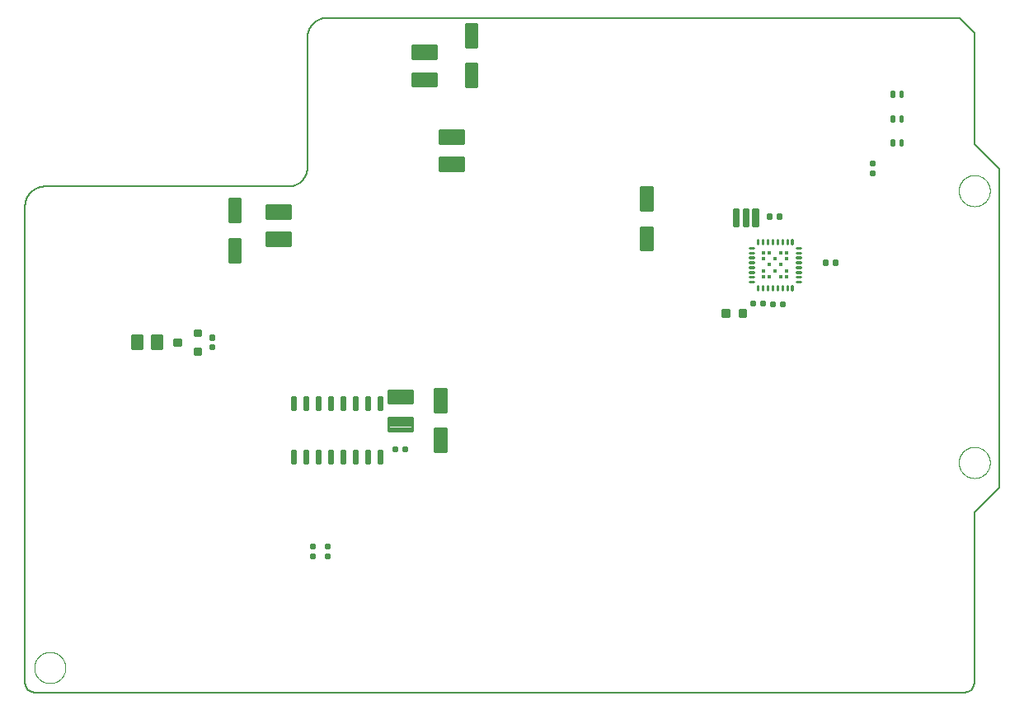
<source format=gtp>
G75*
%MOIN*%
%OFA0B0*%
%FSLAX25Y25*%
%IPPOS*%
%LPD*%
%AMOC8*
5,1,8,0,0,1.08239X$1,22.5*
%
%ADD10C,0.00591*%
%ADD11C,0.00000*%
%ADD12C,0.00992*%
%ADD13C,0.01003*%
%ADD14C,0.01575*%
%ADD15C,0.01800*%
%ADD16C,0.01008*%
%ADD17C,0.01015*%
%ADD18C,0.01024*%
D10*
X0001500Y0005437D02*
X0001500Y0198350D01*
X0001502Y0198540D01*
X0001509Y0198730D01*
X0001521Y0198920D01*
X0001537Y0199110D01*
X0001557Y0199299D01*
X0001583Y0199488D01*
X0001612Y0199676D01*
X0001647Y0199863D01*
X0001686Y0200049D01*
X0001729Y0200234D01*
X0001777Y0200419D01*
X0001829Y0200602D01*
X0001885Y0200783D01*
X0001946Y0200963D01*
X0002012Y0201142D01*
X0002081Y0201319D01*
X0002155Y0201495D01*
X0002233Y0201668D01*
X0002316Y0201840D01*
X0002402Y0202009D01*
X0002492Y0202177D01*
X0002587Y0202342D01*
X0002685Y0202505D01*
X0002788Y0202665D01*
X0002894Y0202823D01*
X0003004Y0202978D01*
X0003117Y0203131D01*
X0003235Y0203281D01*
X0003356Y0203427D01*
X0003480Y0203571D01*
X0003608Y0203712D01*
X0003739Y0203850D01*
X0003874Y0203985D01*
X0004012Y0204116D01*
X0004153Y0204244D01*
X0004297Y0204368D01*
X0004443Y0204489D01*
X0004593Y0204607D01*
X0004746Y0204720D01*
X0004901Y0204830D01*
X0005059Y0204936D01*
X0005219Y0205039D01*
X0005382Y0205137D01*
X0005547Y0205232D01*
X0005715Y0205322D01*
X0005884Y0205408D01*
X0006056Y0205491D01*
X0006229Y0205569D01*
X0006405Y0205643D01*
X0006582Y0205712D01*
X0006761Y0205778D01*
X0006941Y0205839D01*
X0007122Y0205895D01*
X0007305Y0205947D01*
X0007490Y0205995D01*
X0007675Y0206038D01*
X0007861Y0206077D01*
X0008048Y0206112D01*
X0008236Y0206141D01*
X0008425Y0206167D01*
X0008614Y0206187D01*
X0008804Y0206203D01*
X0008994Y0206215D01*
X0009184Y0206222D01*
X0009374Y0206224D01*
X0107799Y0206224D01*
X0107989Y0206226D01*
X0108179Y0206233D01*
X0108369Y0206245D01*
X0108559Y0206261D01*
X0108748Y0206281D01*
X0108937Y0206307D01*
X0109125Y0206336D01*
X0109312Y0206371D01*
X0109498Y0206410D01*
X0109683Y0206453D01*
X0109868Y0206501D01*
X0110051Y0206553D01*
X0110232Y0206609D01*
X0110412Y0206670D01*
X0110591Y0206736D01*
X0110768Y0206805D01*
X0110944Y0206879D01*
X0111117Y0206957D01*
X0111289Y0207040D01*
X0111458Y0207126D01*
X0111626Y0207216D01*
X0111791Y0207311D01*
X0111954Y0207409D01*
X0112114Y0207512D01*
X0112272Y0207618D01*
X0112427Y0207728D01*
X0112580Y0207841D01*
X0112730Y0207959D01*
X0112876Y0208080D01*
X0113020Y0208204D01*
X0113161Y0208332D01*
X0113299Y0208463D01*
X0113434Y0208598D01*
X0113565Y0208736D01*
X0113693Y0208877D01*
X0113817Y0209021D01*
X0113938Y0209167D01*
X0114056Y0209317D01*
X0114169Y0209470D01*
X0114279Y0209625D01*
X0114385Y0209783D01*
X0114488Y0209943D01*
X0114586Y0210106D01*
X0114681Y0210271D01*
X0114771Y0210439D01*
X0114857Y0210608D01*
X0114940Y0210780D01*
X0115018Y0210953D01*
X0115092Y0211129D01*
X0115161Y0211306D01*
X0115227Y0211485D01*
X0115288Y0211665D01*
X0115344Y0211846D01*
X0115396Y0212029D01*
X0115444Y0212214D01*
X0115487Y0212399D01*
X0115526Y0212585D01*
X0115561Y0212772D01*
X0115590Y0212960D01*
X0115616Y0213149D01*
X0115636Y0213338D01*
X0115652Y0213528D01*
X0115664Y0213718D01*
X0115671Y0213908D01*
X0115673Y0214098D01*
X0115673Y0266618D01*
X0115675Y0266808D01*
X0115682Y0266998D01*
X0115694Y0267188D01*
X0115710Y0267378D01*
X0115730Y0267567D01*
X0115756Y0267756D01*
X0115785Y0267944D01*
X0115820Y0268131D01*
X0115859Y0268317D01*
X0115902Y0268502D01*
X0115950Y0268687D01*
X0116002Y0268870D01*
X0116058Y0269051D01*
X0116119Y0269231D01*
X0116185Y0269410D01*
X0116254Y0269587D01*
X0116328Y0269763D01*
X0116406Y0269936D01*
X0116489Y0270108D01*
X0116575Y0270277D01*
X0116665Y0270445D01*
X0116760Y0270610D01*
X0116858Y0270773D01*
X0116961Y0270933D01*
X0117067Y0271091D01*
X0117177Y0271246D01*
X0117290Y0271399D01*
X0117408Y0271549D01*
X0117529Y0271695D01*
X0117653Y0271839D01*
X0117781Y0271980D01*
X0117912Y0272118D01*
X0118047Y0272253D01*
X0118185Y0272384D01*
X0118326Y0272512D01*
X0118470Y0272636D01*
X0118616Y0272757D01*
X0118766Y0272875D01*
X0118919Y0272988D01*
X0119074Y0273098D01*
X0119232Y0273204D01*
X0119392Y0273307D01*
X0119555Y0273405D01*
X0119720Y0273500D01*
X0119888Y0273590D01*
X0120057Y0273676D01*
X0120229Y0273759D01*
X0120402Y0273837D01*
X0120578Y0273911D01*
X0120755Y0273980D01*
X0120934Y0274046D01*
X0121114Y0274107D01*
X0121295Y0274163D01*
X0121478Y0274215D01*
X0121663Y0274263D01*
X0121848Y0274306D01*
X0122034Y0274345D01*
X0122221Y0274380D01*
X0122409Y0274409D01*
X0122598Y0274435D01*
X0122787Y0274455D01*
X0122977Y0274471D01*
X0123167Y0274483D01*
X0123357Y0274490D01*
X0123547Y0274492D01*
X0379201Y0274492D01*
X0385201Y0268492D01*
X0385201Y0223492D01*
X0395201Y0213492D01*
X0395201Y0084492D01*
X0385201Y0074492D01*
X0385201Y0005437D01*
X0385199Y0005313D01*
X0385193Y0005190D01*
X0385184Y0005066D01*
X0385170Y0004944D01*
X0385153Y0004821D01*
X0385131Y0004699D01*
X0385106Y0004578D01*
X0385077Y0004458D01*
X0385045Y0004339D01*
X0385008Y0004220D01*
X0384968Y0004103D01*
X0384925Y0003988D01*
X0384877Y0003873D01*
X0384826Y0003761D01*
X0384772Y0003650D01*
X0384714Y0003540D01*
X0384653Y0003433D01*
X0384588Y0003327D01*
X0384520Y0003224D01*
X0384449Y0003123D01*
X0384375Y0003024D01*
X0384298Y0002927D01*
X0384217Y0002833D01*
X0384134Y0002742D01*
X0384048Y0002653D01*
X0383959Y0002567D01*
X0383868Y0002484D01*
X0383774Y0002403D01*
X0383677Y0002326D01*
X0383578Y0002252D01*
X0383477Y0002181D01*
X0383374Y0002113D01*
X0383268Y0002048D01*
X0383161Y0001987D01*
X0383051Y0001929D01*
X0382940Y0001875D01*
X0382828Y0001824D01*
X0382713Y0001776D01*
X0382598Y0001733D01*
X0382481Y0001693D01*
X0382362Y0001656D01*
X0382243Y0001624D01*
X0382123Y0001595D01*
X0382002Y0001570D01*
X0381880Y0001548D01*
X0381757Y0001531D01*
X0381635Y0001517D01*
X0381511Y0001508D01*
X0381388Y0001502D01*
X0381264Y0001500D01*
X0005437Y0001500D01*
X0005313Y0001502D01*
X0005190Y0001508D01*
X0005066Y0001517D01*
X0004944Y0001531D01*
X0004821Y0001548D01*
X0004699Y0001570D01*
X0004578Y0001595D01*
X0004458Y0001624D01*
X0004339Y0001656D01*
X0004220Y0001693D01*
X0004103Y0001733D01*
X0003988Y0001776D01*
X0003873Y0001824D01*
X0003761Y0001875D01*
X0003650Y0001929D01*
X0003540Y0001987D01*
X0003433Y0002048D01*
X0003327Y0002113D01*
X0003224Y0002181D01*
X0003123Y0002252D01*
X0003024Y0002326D01*
X0002927Y0002403D01*
X0002833Y0002484D01*
X0002742Y0002567D01*
X0002653Y0002653D01*
X0002567Y0002742D01*
X0002484Y0002833D01*
X0002403Y0002927D01*
X0002326Y0003024D01*
X0002252Y0003123D01*
X0002181Y0003224D01*
X0002113Y0003327D01*
X0002048Y0003433D01*
X0001987Y0003540D01*
X0001929Y0003650D01*
X0001875Y0003761D01*
X0001824Y0003873D01*
X0001776Y0003988D01*
X0001733Y0004103D01*
X0001693Y0004220D01*
X0001656Y0004339D01*
X0001624Y0004458D01*
X0001595Y0004578D01*
X0001570Y0004699D01*
X0001548Y0004821D01*
X0001531Y0004944D01*
X0001517Y0005066D01*
X0001508Y0005190D01*
X0001502Y0005313D01*
X0001500Y0005437D01*
D11*
X0005201Y0011500D02*
X0005203Y0011658D01*
X0005209Y0011816D01*
X0005219Y0011974D01*
X0005233Y0012132D01*
X0005251Y0012289D01*
X0005272Y0012446D01*
X0005298Y0012602D01*
X0005328Y0012758D01*
X0005361Y0012913D01*
X0005399Y0013066D01*
X0005440Y0013219D01*
X0005485Y0013371D01*
X0005534Y0013522D01*
X0005587Y0013671D01*
X0005643Y0013819D01*
X0005703Y0013965D01*
X0005767Y0014110D01*
X0005835Y0014253D01*
X0005906Y0014395D01*
X0005980Y0014535D01*
X0006058Y0014672D01*
X0006140Y0014808D01*
X0006224Y0014942D01*
X0006313Y0015073D01*
X0006404Y0015202D01*
X0006499Y0015329D01*
X0006596Y0015454D01*
X0006697Y0015576D01*
X0006801Y0015695D01*
X0006908Y0015812D01*
X0007018Y0015926D01*
X0007131Y0016037D01*
X0007246Y0016146D01*
X0007364Y0016251D01*
X0007485Y0016353D01*
X0007608Y0016453D01*
X0007734Y0016549D01*
X0007862Y0016642D01*
X0007992Y0016732D01*
X0008125Y0016818D01*
X0008260Y0016902D01*
X0008396Y0016981D01*
X0008535Y0017058D01*
X0008676Y0017130D01*
X0008818Y0017200D01*
X0008962Y0017265D01*
X0009108Y0017327D01*
X0009255Y0017385D01*
X0009404Y0017440D01*
X0009554Y0017491D01*
X0009705Y0017538D01*
X0009857Y0017581D01*
X0010010Y0017620D01*
X0010165Y0017656D01*
X0010320Y0017687D01*
X0010476Y0017715D01*
X0010632Y0017739D01*
X0010789Y0017759D01*
X0010947Y0017775D01*
X0011104Y0017787D01*
X0011263Y0017795D01*
X0011421Y0017799D01*
X0011579Y0017799D01*
X0011737Y0017795D01*
X0011896Y0017787D01*
X0012053Y0017775D01*
X0012211Y0017759D01*
X0012368Y0017739D01*
X0012524Y0017715D01*
X0012680Y0017687D01*
X0012835Y0017656D01*
X0012990Y0017620D01*
X0013143Y0017581D01*
X0013295Y0017538D01*
X0013446Y0017491D01*
X0013596Y0017440D01*
X0013745Y0017385D01*
X0013892Y0017327D01*
X0014038Y0017265D01*
X0014182Y0017200D01*
X0014324Y0017130D01*
X0014465Y0017058D01*
X0014604Y0016981D01*
X0014740Y0016902D01*
X0014875Y0016818D01*
X0015008Y0016732D01*
X0015138Y0016642D01*
X0015266Y0016549D01*
X0015392Y0016453D01*
X0015515Y0016353D01*
X0015636Y0016251D01*
X0015754Y0016146D01*
X0015869Y0016037D01*
X0015982Y0015926D01*
X0016092Y0015812D01*
X0016199Y0015695D01*
X0016303Y0015576D01*
X0016404Y0015454D01*
X0016501Y0015329D01*
X0016596Y0015202D01*
X0016687Y0015073D01*
X0016776Y0014942D01*
X0016860Y0014808D01*
X0016942Y0014672D01*
X0017020Y0014535D01*
X0017094Y0014395D01*
X0017165Y0014253D01*
X0017233Y0014110D01*
X0017297Y0013965D01*
X0017357Y0013819D01*
X0017413Y0013671D01*
X0017466Y0013522D01*
X0017515Y0013371D01*
X0017560Y0013219D01*
X0017601Y0013066D01*
X0017639Y0012913D01*
X0017672Y0012758D01*
X0017702Y0012602D01*
X0017728Y0012446D01*
X0017749Y0012289D01*
X0017767Y0012132D01*
X0017781Y0011974D01*
X0017791Y0011816D01*
X0017797Y0011658D01*
X0017799Y0011500D01*
X0017797Y0011342D01*
X0017791Y0011184D01*
X0017781Y0011026D01*
X0017767Y0010868D01*
X0017749Y0010711D01*
X0017728Y0010554D01*
X0017702Y0010398D01*
X0017672Y0010242D01*
X0017639Y0010087D01*
X0017601Y0009934D01*
X0017560Y0009781D01*
X0017515Y0009629D01*
X0017466Y0009478D01*
X0017413Y0009329D01*
X0017357Y0009181D01*
X0017297Y0009035D01*
X0017233Y0008890D01*
X0017165Y0008747D01*
X0017094Y0008605D01*
X0017020Y0008465D01*
X0016942Y0008328D01*
X0016860Y0008192D01*
X0016776Y0008058D01*
X0016687Y0007927D01*
X0016596Y0007798D01*
X0016501Y0007671D01*
X0016404Y0007546D01*
X0016303Y0007424D01*
X0016199Y0007305D01*
X0016092Y0007188D01*
X0015982Y0007074D01*
X0015869Y0006963D01*
X0015754Y0006854D01*
X0015636Y0006749D01*
X0015515Y0006647D01*
X0015392Y0006547D01*
X0015266Y0006451D01*
X0015138Y0006358D01*
X0015008Y0006268D01*
X0014875Y0006182D01*
X0014740Y0006098D01*
X0014604Y0006019D01*
X0014465Y0005942D01*
X0014324Y0005870D01*
X0014182Y0005800D01*
X0014038Y0005735D01*
X0013892Y0005673D01*
X0013745Y0005615D01*
X0013596Y0005560D01*
X0013446Y0005509D01*
X0013295Y0005462D01*
X0013143Y0005419D01*
X0012990Y0005380D01*
X0012835Y0005344D01*
X0012680Y0005313D01*
X0012524Y0005285D01*
X0012368Y0005261D01*
X0012211Y0005241D01*
X0012053Y0005225D01*
X0011896Y0005213D01*
X0011737Y0005205D01*
X0011579Y0005201D01*
X0011421Y0005201D01*
X0011263Y0005205D01*
X0011104Y0005213D01*
X0010947Y0005225D01*
X0010789Y0005241D01*
X0010632Y0005261D01*
X0010476Y0005285D01*
X0010320Y0005313D01*
X0010165Y0005344D01*
X0010010Y0005380D01*
X0009857Y0005419D01*
X0009705Y0005462D01*
X0009554Y0005509D01*
X0009404Y0005560D01*
X0009255Y0005615D01*
X0009108Y0005673D01*
X0008962Y0005735D01*
X0008818Y0005800D01*
X0008676Y0005870D01*
X0008535Y0005942D01*
X0008396Y0006019D01*
X0008260Y0006098D01*
X0008125Y0006182D01*
X0007992Y0006268D01*
X0007862Y0006358D01*
X0007734Y0006451D01*
X0007608Y0006547D01*
X0007485Y0006647D01*
X0007364Y0006749D01*
X0007246Y0006854D01*
X0007131Y0006963D01*
X0007018Y0007074D01*
X0006908Y0007188D01*
X0006801Y0007305D01*
X0006697Y0007424D01*
X0006596Y0007546D01*
X0006499Y0007671D01*
X0006404Y0007798D01*
X0006313Y0007927D01*
X0006224Y0008058D01*
X0006140Y0008192D01*
X0006058Y0008328D01*
X0005980Y0008465D01*
X0005906Y0008605D01*
X0005835Y0008747D01*
X0005767Y0008890D01*
X0005703Y0009035D01*
X0005643Y0009181D01*
X0005587Y0009329D01*
X0005534Y0009478D01*
X0005485Y0009629D01*
X0005440Y0009781D01*
X0005399Y0009934D01*
X0005361Y0010087D01*
X0005328Y0010242D01*
X0005298Y0010398D01*
X0005272Y0010554D01*
X0005251Y0010711D01*
X0005233Y0010868D01*
X0005219Y0011026D01*
X0005209Y0011184D01*
X0005203Y0011342D01*
X0005201Y0011500D01*
X0378981Y0094492D02*
X0378983Y0094650D01*
X0378989Y0094808D01*
X0378999Y0094966D01*
X0379013Y0095124D01*
X0379031Y0095281D01*
X0379052Y0095438D01*
X0379078Y0095594D01*
X0379108Y0095750D01*
X0379141Y0095905D01*
X0379179Y0096058D01*
X0379220Y0096211D01*
X0379265Y0096363D01*
X0379314Y0096514D01*
X0379367Y0096663D01*
X0379423Y0096811D01*
X0379483Y0096957D01*
X0379547Y0097102D01*
X0379615Y0097245D01*
X0379686Y0097387D01*
X0379760Y0097527D01*
X0379838Y0097664D01*
X0379920Y0097800D01*
X0380004Y0097934D01*
X0380093Y0098065D01*
X0380184Y0098194D01*
X0380279Y0098321D01*
X0380376Y0098446D01*
X0380477Y0098568D01*
X0380581Y0098687D01*
X0380688Y0098804D01*
X0380798Y0098918D01*
X0380911Y0099029D01*
X0381026Y0099138D01*
X0381144Y0099243D01*
X0381265Y0099345D01*
X0381388Y0099445D01*
X0381514Y0099541D01*
X0381642Y0099634D01*
X0381772Y0099724D01*
X0381905Y0099810D01*
X0382040Y0099894D01*
X0382176Y0099973D01*
X0382315Y0100050D01*
X0382456Y0100122D01*
X0382598Y0100192D01*
X0382742Y0100257D01*
X0382888Y0100319D01*
X0383035Y0100377D01*
X0383184Y0100432D01*
X0383334Y0100483D01*
X0383485Y0100530D01*
X0383637Y0100573D01*
X0383790Y0100612D01*
X0383945Y0100648D01*
X0384100Y0100679D01*
X0384256Y0100707D01*
X0384412Y0100731D01*
X0384569Y0100751D01*
X0384727Y0100767D01*
X0384884Y0100779D01*
X0385043Y0100787D01*
X0385201Y0100791D01*
X0385359Y0100791D01*
X0385517Y0100787D01*
X0385676Y0100779D01*
X0385833Y0100767D01*
X0385991Y0100751D01*
X0386148Y0100731D01*
X0386304Y0100707D01*
X0386460Y0100679D01*
X0386615Y0100648D01*
X0386770Y0100612D01*
X0386923Y0100573D01*
X0387075Y0100530D01*
X0387226Y0100483D01*
X0387376Y0100432D01*
X0387525Y0100377D01*
X0387672Y0100319D01*
X0387818Y0100257D01*
X0387962Y0100192D01*
X0388104Y0100122D01*
X0388245Y0100050D01*
X0388384Y0099973D01*
X0388520Y0099894D01*
X0388655Y0099810D01*
X0388788Y0099724D01*
X0388918Y0099634D01*
X0389046Y0099541D01*
X0389172Y0099445D01*
X0389295Y0099345D01*
X0389416Y0099243D01*
X0389534Y0099138D01*
X0389649Y0099029D01*
X0389762Y0098918D01*
X0389872Y0098804D01*
X0389979Y0098687D01*
X0390083Y0098568D01*
X0390184Y0098446D01*
X0390281Y0098321D01*
X0390376Y0098194D01*
X0390467Y0098065D01*
X0390556Y0097934D01*
X0390640Y0097800D01*
X0390722Y0097664D01*
X0390800Y0097527D01*
X0390874Y0097387D01*
X0390945Y0097245D01*
X0391013Y0097102D01*
X0391077Y0096957D01*
X0391137Y0096811D01*
X0391193Y0096663D01*
X0391246Y0096514D01*
X0391295Y0096363D01*
X0391340Y0096211D01*
X0391381Y0096058D01*
X0391419Y0095905D01*
X0391452Y0095750D01*
X0391482Y0095594D01*
X0391508Y0095438D01*
X0391529Y0095281D01*
X0391547Y0095124D01*
X0391561Y0094966D01*
X0391571Y0094808D01*
X0391577Y0094650D01*
X0391579Y0094492D01*
X0391577Y0094334D01*
X0391571Y0094176D01*
X0391561Y0094018D01*
X0391547Y0093860D01*
X0391529Y0093703D01*
X0391508Y0093546D01*
X0391482Y0093390D01*
X0391452Y0093234D01*
X0391419Y0093079D01*
X0391381Y0092926D01*
X0391340Y0092773D01*
X0391295Y0092621D01*
X0391246Y0092470D01*
X0391193Y0092321D01*
X0391137Y0092173D01*
X0391077Y0092027D01*
X0391013Y0091882D01*
X0390945Y0091739D01*
X0390874Y0091597D01*
X0390800Y0091457D01*
X0390722Y0091320D01*
X0390640Y0091184D01*
X0390556Y0091050D01*
X0390467Y0090919D01*
X0390376Y0090790D01*
X0390281Y0090663D01*
X0390184Y0090538D01*
X0390083Y0090416D01*
X0389979Y0090297D01*
X0389872Y0090180D01*
X0389762Y0090066D01*
X0389649Y0089955D01*
X0389534Y0089846D01*
X0389416Y0089741D01*
X0389295Y0089639D01*
X0389172Y0089539D01*
X0389046Y0089443D01*
X0388918Y0089350D01*
X0388788Y0089260D01*
X0388655Y0089174D01*
X0388520Y0089090D01*
X0388384Y0089011D01*
X0388245Y0088934D01*
X0388104Y0088862D01*
X0387962Y0088792D01*
X0387818Y0088727D01*
X0387672Y0088665D01*
X0387525Y0088607D01*
X0387376Y0088552D01*
X0387226Y0088501D01*
X0387075Y0088454D01*
X0386923Y0088411D01*
X0386770Y0088372D01*
X0386615Y0088336D01*
X0386460Y0088305D01*
X0386304Y0088277D01*
X0386148Y0088253D01*
X0385991Y0088233D01*
X0385833Y0088217D01*
X0385676Y0088205D01*
X0385517Y0088197D01*
X0385359Y0088193D01*
X0385201Y0088193D01*
X0385043Y0088197D01*
X0384884Y0088205D01*
X0384727Y0088217D01*
X0384569Y0088233D01*
X0384412Y0088253D01*
X0384256Y0088277D01*
X0384100Y0088305D01*
X0383945Y0088336D01*
X0383790Y0088372D01*
X0383637Y0088411D01*
X0383485Y0088454D01*
X0383334Y0088501D01*
X0383184Y0088552D01*
X0383035Y0088607D01*
X0382888Y0088665D01*
X0382742Y0088727D01*
X0382598Y0088792D01*
X0382456Y0088862D01*
X0382315Y0088934D01*
X0382176Y0089011D01*
X0382040Y0089090D01*
X0381905Y0089174D01*
X0381772Y0089260D01*
X0381642Y0089350D01*
X0381514Y0089443D01*
X0381388Y0089539D01*
X0381265Y0089639D01*
X0381144Y0089741D01*
X0381026Y0089846D01*
X0380911Y0089955D01*
X0380798Y0090066D01*
X0380688Y0090180D01*
X0380581Y0090297D01*
X0380477Y0090416D01*
X0380376Y0090538D01*
X0380279Y0090663D01*
X0380184Y0090790D01*
X0380093Y0090919D01*
X0380004Y0091050D01*
X0379920Y0091184D01*
X0379838Y0091320D01*
X0379760Y0091457D01*
X0379686Y0091597D01*
X0379615Y0091739D01*
X0379547Y0091882D01*
X0379483Y0092027D01*
X0379423Y0092173D01*
X0379367Y0092321D01*
X0379314Y0092470D01*
X0379265Y0092621D01*
X0379220Y0092773D01*
X0379179Y0092926D01*
X0379141Y0093079D01*
X0379108Y0093234D01*
X0379078Y0093390D01*
X0379052Y0093546D01*
X0379031Y0093703D01*
X0379013Y0093860D01*
X0378999Y0094018D01*
X0378989Y0094176D01*
X0378983Y0094334D01*
X0378981Y0094492D01*
X0378981Y0204492D02*
X0378983Y0204650D01*
X0378989Y0204808D01*
X0378999Y0204966D01*
X0379013Y0205124D01*
X0379031Y0205281D01*
X0379052Y0205438D01*
X0379078Y0205594D01*
X0379108Y0205750D01*
X0379141Y0205905D01*
X0379179Y0206058D01*
X0379220Y0206211D01*
X0379265Y0206363D01*
X0379314Y0206514D01*
X0379367Y0206663D01*
X0379423Y0206811D01*
X0379483Y0206957D01*
X0379547Y0207102D01*
X0379615Y0207245D01*
X0379686Y0207387D01*
X0379760Y0207527D01*
X0379838Y0207664D01*
X0379920Y0207800D01*
X0380004Y0207934D01*
X0380093Y0208065D01*
X0380184Y0208194D01*
X0380279Y0208321D01*
X0380376Y0208446D01*
X0380477Y0208568D01*
X0380581Y0208687D01*
X0380688Y0208804D01*
X0380798Y0208918D01*
X0380911Y0209029D01*
X0381026Y0209138D01*
X0381144Y0209243D01*
X0381265Y0209345D01*
X0381388Y0209445D01*
X0381514Y0209541D01*
X0381642Y0209634D01*
X0381772Y0209724D01*
X0381905Y0209810D01*
X0382040Y0209894D01*
X0382176Y0209973D01*
X0382315Y0210050D01*
X0382456Y0210122D01*
X0382598Y0210192D01*
X0382742Y0210257D01*
X0382888Y0210319D01*
X0383035Y0210377D01*
X0383184Y0210432D01*
X0383334Y0210483D01*
X0383485Y0210530D01*
X0383637Y0210573D01*
X0383790Y0210612D01*
X0383945Y0210648D01*
X0384100Y0210679D01*
X0384256Y0210707D01*
X0384412Y0210731D01*
X0384569Y0210751D01*
X0384727Y0210767D01*
X0384884Y0210779D01*
X0385043Y0210787D01*
X0385201Y0210791D01*
X0385359Y0210791D01*
X0385517Y0210787D01*
X0385676Y0210779D01*
X0385833Y0210767D01*
X0385991Y0210751D01*
X0386148Y0210731D01*
X0386304Y0210707D01*
X0386460Y0210679D01*
X0386615Y0210648D01*
X0386770Y0210612D01*
X0386923Y0210573D01*
X0387075Y0210530D01*
X0387226Y0210483D01*
X0387376Y0210432D01*
X0387525Y0210377D01*
X0387672Y0210319D01*
X0387818Y0210257D01*
X0387962Y0210192D01*
X0388104Y0210122D01*
X0388245Y0210050D01*
X0388384Y0209973D01*
X0388520Y0209894D01*
X0388655Y0209810D01*
X0388788Y0209724D01*
X0388918Y0209634D01*
X0389046Y0209541D01*
X0389172Y0209445D01*
X0389295Y0209345D01*
X0389416Y0209243D01*
X0389534Y0209138D01*
X0389649Y0209029D01*
X0389762Y0208918D01*
X0389872Y0208804D01*
X0389979Y0208687D01*
X0390083Y0208568D01*
X0390184Y0208446D01*
X0390281Y0208321D01*
X0390376Y0208194D01*
X0390467Y0208065D01*
X0390556Y0207934D01*
X0390640Y0207800D01*
X0390722Y0207664D01*
X0390800Y0207527D01*
X0390874Y0207387D01*
X0390945Y0207245D01*
X0391013Y0207102D01*
X0391077Y0206957D01*
X0391137Y0206811D01*
X0391193Y0206663D01*
X0391246Y0206514D01*
X0391295Y0206363D01*
X0391340Y0206211D01*
X0391381Y0206058D01*
X0391419Y0205905D01*
X0391452Y0205750D01*
X0391482Y0205594D01*
X0391508Y0205438D01*
X0391529Y0205281D01*
X0391547Y0205124D01*
X0391561Y0204966D01*
X0391571Y0204808D01*
X0391577Y0204650D01*
X0391579Y0204492D01*
X0391577Y0204334D01*
X0391571Y0204176D01*
X0391561Y0204018D01*
X0391547Y0203860D01*
X0391529Y0203703D01*
X0391508Y0203546D01*
X0391482Y0203390D01*
X0391452Y0203234D01*
X0391419Y0203079D01*
X0391381Y0202926D01*
X0391340Y0202773D01*
X0391295Y0202621D01*
X0391246Y0202470D01*
X0391193Y0202321D01*
X0391137Y0202173D01*
X0391077Y0202027D01*
X0391013Y0201882D01*
X0390945Y0201739D01*
X0390874Y0201597D01*
X0390800Y0201457D01*
X0390722Y0201320D01*
X0390640Y0201184D01*
X0390556Y0201050D01*
X0390467Y0200919D01*
X0390376Y0200790D01*
X0390281Y0200663D01*
X0390184Y0200538D01*
X0390083Y0200416D01*
X0389979Y0200297D01*
X0389872Y0200180D01*
X0389762Y0200066D01*
X0389649Y0199955D01*
X0389534Y0199846D01*
X0389416Y0199741D01*
X0389295Y0199639D01*
X0389172Y0199539D01*
X0389046Y0199443D01*
X0388918Y0199350D01*
X0388788Y0199260D01*
X0388655Y0199174D01*
X0388520Y0199090D01*
X0388384Y0199011D01*
X0388245Y0198934D01*
X0388104Y0198862D01*
X0387962Y0198792D01*
X0387818Y0198727D01*
X0387672Y0198665D01*
X0387525Y0198607D01*
X0387376Y0198552D01*
X0387226Y0198501D01*
X0387075Y0198454D01*
X0386923Y0198411D01*
X0386770Y0198372D01*
X0386615Y0198336D01*
X0386460Y0198305D01*
X0386304Y0198277D01*
X0386148Y0198253D01*
X0385991Y0198233D01*
X0385833Y0198217D01*
X0385676Y0198205D01*
X0385517Y0198197D01*
X0385359Y0198193D01*
X0385201Y0198193D01*
X0385043Y0198197D01*
X0384884Y0198205D01*
X0384727Y0198217D01*
X0384569Y0198233D01*
X0384412Y0198253D01*
X0384256Y0198277D01*
X0384100Y0198305D01*
X0383945Y0198336D01*
X0383790Y0198372D01*
X0383637Y0198411D01*
X0383485Y0198454D01*
X0383334Y0198501D01*
X0383184Y0198552D01*
X0383035Y0198607D01*
X0382888Y0198665D01*
X0382742Y0198727D01*
X0382598Y0198792D01*
X0382456Y0198862D01*
X0382315Y0198934D01*
X0382176Y0199011D01*
X0382040Y0199090D01*
X0381905Y0199174D01*
X0381772Y0199260D01*
X0381642Y0199350D01*
X0381514Y0199443D01*
X0381388Y0199539D01*
X0381265Y0199639D01*
X0381144Y0199741D01*
X0381026Y0199846D01*
X0380911Y0199955D01*
X0380798Y0200066D01*
X0380688Y0200180D01*
X0380581Y0200297D01*
X0380477Y0200416D01*
X0380376Y0200538D01*
X0380279Y0200663D01*
X0380184Y0200790D01*
X0380093Y0200919D01*
X0380004Y0201050D01*
X0379920Y0201184D01*
X0379838Y0201320D01*
X0379760Y0201457D01*
X0379686Y0201597D01*
X0379615Y0201739D01*
X0379547Y0201882D01*
X0379483Y0202027D01*
X0379423Y0202173D01*
X0379367Y0202321D01*
X0379314Y0202470D01*
X0379265Y0202621D01*
X0379220Y0202773D01*
X0379179Y0202926D01*
X0379141Y0203079D01*
X0379108Y0203234D01*
X0379078Y0203390D01*
X0379052Y0203546D01*
X0379031Y0203703D01*
X0379013Y0203860D01*
X0378999Y0204018D01*
X0378989Y0204176D01*
X0378983Y0204334D01*
X0378981Y0204492D01*
D12*
X0344705Y0210953D02*
X0344705Y0212323D01*
X0344705Y0210953D02*
X0343335Y0210953D01*
X0343335Y0212323D01*
X0344705Y0212323D01*
X0344705Y0211944D02*
X0343335Y0211944D01*
X0344705Y0214890D02*
X0344705Y0216260D01*
X0344705Y0214890D02*
X0343335Y0214890D01*
X0343335Y0216260D01*
X0344705Y0216260D01*
X0344705Y0215881D02*
X0343335Y0215881D01*
X0307020Y0194870D02*
X0305650Y0194870D01*
X0307020Y0194870D02*
X0307020Y0193500D01*
X0305650Y0193500D01*
X0305650Y0194870D01*
X0305650Y0194491D02*
X0307020Y0194491D01*
X0303083Y0194870D02*
X0301713Y0194870D01*
X0303083Y0194870D02*
X0303083Y0193500D01*
X0301713Y0193500D01*
X0301713Y0194870D01*
X0301713Y0194491D02*
X0303083Y0194491D01*
X0295831Y0197173D02*
X0295831Y0190291D01*
X0295831Y0197173D02*
X0297595Y0197173D01*
X0297595Y0190291D01*
X0295831Y0190291D01*
X0295831Y0191282D02*
X0297595Y0191282D01*
X0297595Y0192273D02*
X0295831Y0192273D01*
X0295831Y0193264D02*
X0297595Y0193264D01*
X0297595Y0194255D02*
X0295831Y0194255D01*
X0295831Y0195246D02*
X0297595Y0195246D01*
X0297595Y0196237D02*
X0295831Y0196237D01*
X0291894Y0197173D02*
X0291894Y0190291D01*
X0291894Y0197173D02*
X0293658Y0197173D01*
X0293658Y0190291D01*
X0291894Y0190291D01*
X0291894Y0191282D02*
X0293658Y0191282D01*
X0293658Y0192273D02*
X0291894Y0192273D01*
X0291894Y0193264D02*
X0293658Y0193264D01*
X0293658Y0194255D02*
X0291894Y0194255D01*
X0291894Y0195246D02*
X0293658Y0195246D01*
X0293658Y0196237D02*
X0291894Y0196237D01*
X0287957Y0197173D02*
X0287957Y0190291D01*
X0287957Y0197173D02*
X0289721Y0197173D01*
X0289721Y0190291D01*
X0287957Y0190291D01*
X0287957Y0191282D02*
X0289721Y0191282D01*
X0289721Y0192273D02*
X0287957Y0192273D01*
X0287957Y0193264D02*
X0289721Y0193264D01*
X0289721Y0194255D02*
X0287957Y0194255D01*
X0287957Y0195246D02*
X0289721Y0195246D01*
X0289721Y0196237D02*
X0287957Y0196237D01*
X0250421Y0196681D02*
X0250421Y0205925D01*
X0254941Y0205925D01*
X0254941Y0196681D01*
X0250421Y0196681D01*
X0250421Y0197672D02*
X0254941Y0197672D01*
X0254941Y0198663D02*
X0250421Y0198663D01*
X0250421Y0199654D02*
X0254941Y0199654D01*
X0254941Y0200645D02*
X0250421Y0200645D01*
X0250421Y0201636D02*
X0254941Y0201636D01*
X0254941Y0202627D02*
X0250421Y0202627D01*
X0250421Y0203618D02*
X0254941Y0203618D01*
X0254941Y0204609D02*
X0250421Y0204609D01*
X0250421Y0205600D02*
X0254941Y0205600D01*
X0250421Y0189783D02*
X0250421Y0180539D01*
X0250421Y0189783D02*
X0254941Y0189783D01*
X0254941Y0180539D01*
X0250421Y0180539D01*
X0250421Y0181530D02*
X0254941Y0181530D01*
X0254941Y0182521D02*
X0250421Y0182521D01*
X0250421Y0183512D02*
X0254941Y0183512D01*
X0254941Y0184503D02*
X0250421Y0184503D01*
X0250421Y0185494D02*
X0254941Y0185494D01*
X0254941Y0186485D02*
X0250421Y0186485D01*
X0250421Y0187476D02*
X0254941Y0187476D01*
X0254941Y0188467D02*
X0250421Y0188467D01*
X0250421Y0189458D02*
X0254941Y0189458D01*
X0295106Y0158295D02*
X0296476Y0158295D01*
X0295106Y0158295D02*
X0295106Y0159665D01*
X0296476Y0159665D01*
X0296476Y0158295D01*
X0296476Y0159286D02*
X0295106Y0159286D01*
X0299043Y0158295D02*
X0300413Y0158295D01*
X0299043Y0158295D02*
X0299043Y0159665D01*
X0300413Y0159665D01*
X0300413Y0158295D01*
X0300413Y0159286D02*
X0299043Y0159286D01*
X0302980Y0159272D02*
X0304350Y0159272D01*
X0304350Y0157902D01*
X0302980Y0157902D01*
X0302980Y0159272D01*
X0302980Y0158893D02*
X0304350Y0158893D01*
X0306917Y0159272D02*
X0308287Y0159272D01*
X0308287Y0157902D01*
X0306917Y0157902D01*
X0306917Y0159272D01*
X0306917Y0158893D02*
X0308287Y0158893D01*
X0324437Y0174831D02*
X0325807Y0174831D01*
X0324437Y0174831D02*
X0324437Y0176201D01*
X0325807Y0176201D01*
X0325807Y0174831D01*
X0325807Y0175822D02*
X0324437Y0175822D01*
X0328374Y0174831D02*
X0329744Y0174831D01*
X0328374Y0174831D02*
X0328374Y0176201D01*
X0329744Y0176201D01*
X0329744Y0174831D01*
X0329744Y0175822D02*
X0328374Y0175822D01*
X0179555Y0246681D02*
X0179555Y0255925D01*
X0184075Y0255925D01*
X0184075Y0246681D01*
X0179555Y0246681D01*
X0179555Y0247672D02*
X0184075Y0247672D01*
X0184075Y0248663D02*
X0179555Y0248663D01*
X0179555Y0249654D02*
X0184075Y0249654D01*
X0184075Y0250645D02*
X0179555Y0250645D01*
X0179555Y0251636D02*
X0184075Y0251636D01*
X0184075Y0252627D02*
X0179555Y0252627D01*
X0179555Y0253618D02*
X0184075Y0253618D01*
X0184075Y0254609D02*
X0179555Y0254609D01*
X0179555Y0255600D02*
X0184075Y0255600D01*
X0179555Y0262823D02*
X0179555Y0272067D01*
X0184075Y0272067D01*
X0184075Y0262823D01*
X0179555Y0262823D01*
X0179555Y0263814D02*
X0184075Y0263814D01*
X0184075Y0264805D02*
X0179555Y0264805D01*
X0179555Y0265796D02*
X0184075Y0265796D01*
X0184075Y0266787D02*
X0179555Y0266787D01*
X0179555Y0267778D02*
X0184075Y0267778D01*
X0184075Y0268769D02*
X0179555Y0268769D01*
X0179555Y0269760D02*
X0184075Y0269760D01*
X0184075Y0270751D02*
X0179555Y0270751D01*
X0179555Y0271742D02*
X0184075Y0271742D01*
X0083886Y0201201D02*
X0083886Y0191957D01*
X0083886Y0201201D02*
X0088406Y0201201D01*
X0088406Y0191957D01*
X0083886Y0191957D01*
X0083886Y0192948D02*
X0088406Y0192948D01*
X0088406Y0193939D02*
X0083886Y0193939D01*
X0083886Y0194930D02*
X0088406Y0194930D01*
X0088406Y0195921D02*
X0083886Y0195921D01*
X0083886Y0196912D02*
X0088406Y0196912D01*
X0088406Y0197903D02*
X0083886Y0197903D01*
X0083886Y0198894D02*
X0088406Y0198894D01*
X0088406Y0199885D02*
X0083886Y0199885D01*
X0083886Y0200876D02*
X0088406Y0200876D01*
X0083886Y0185059D02*
X0083886Y0175815D01*
X0083886Y0185059D02*
X0088406Y0185059D01*
X0088406Y0175815D01*
X0083886Y0175815D01*
X0083886Y0176806D02*
X0088406Y0176806D01*
X0088406Y0177797D02*
X0083886Y0177797D01*
X0083886Y0178788D02*
X0088406Y0178788D01*
X0088406Y0179779D02*
X0083886Y0179779D01*
X0083886Y0180770D02*
X0088406Y0180770D01*
X0088406Y0181761D02*
X0083886Y0181761D01*
X0083886Y0182752D02*
X0088406Y0182752D01*
X0088406Y0183743D02*
X0083886Y0183743D01*
X0083886Y0184734D02*
X0088406Y0184734D01*
X0076406Y0145886D02*
X0076406Y0144516D01*
X0076406Y0145886D02*
X0077776Y0145886D01*
X0077776Y0144516D01*
X0076406Y0144516D01*
X0076406Y0145507D02*
X0077776Y0145507D01*
X0076406Y0141949D02*
X0076406Y0140579D01*
X0076406Y0141949D02*
X0077776Y0141949D01*
X0077776Y0140579D01*
X0076406Y0140579D01*
X0076406Y0141570D02*
X0077776Y0141570D01*
X0109299Y0121083D02*
X0110669Y0121083D01*
X0110669Y0116169D01*
X0109299Y0116169D01*
X0109299Y0121083D01*
X0109299Y0117160D02*
X0110669Y0117160D01*
X0110669Y0118151D02*
X0109299Y0118151D01*
X0109299Y0119142D02*
X0110669Y0119142D01*
X0110669Y0120133D02*
X0109299Y0120133D01*
X0114299Y0121083D02*
X0115669Y0121083D01*
X0115669Y0116169D01*
X0114299Y0116169D01*
X0114299Y0121083D01*
X0114299Y0117160D02*
X0115669Y0117160D01*
X0115669Y0118151D02*
X0114299Y0118151D01*
X0114299Y0119142D02*
X0115669Y0119142D01*
X0115669Y0120133D02*
X0114299Y0120133D01*
X0119299Y0121083D02*
X0120669Y0121083D01*
X0120669Y0116169D01*
X0119299Y0116169D01*
X0119299Y0121083D01*
X0119299Y0117160D02*
X0120669Y0117160D01*
X0120669Y0118151D02*
X0119299Y0118151D01*
X0119299Y0119142D02*
X0120669Y0119142D01*
X0120669Y0120133D02*
X0119299Y0120133D01*
X0124299Y0121083D02*
X0125669Y0121083D01*
X0125669Y0116169D01*
X0124299Y0116169D01*
X0124299Y0121083D01*
X0124299Y0117160D02*
X0125669Y0117160D01*
X0125669Y0118151D02*
X0124299Y0118151D01*
X0124299Y0119142D02*
X0125669Y0119142D01*
X0125669Y0120133D02*
X0124299Y0120133D01*
X0129299Y0121083D02*
X0130669Y0121083D01*
X0130669Y0116169D01*
X0129299Y0116169D01*
X0129299Y0121083D01*
X0129299Y0117160D02*
X0130669Y0117160D01*
X0130669Y0118151D02*
X0129299Y0118151D01*
X0129299Y0119142D02*
X0130669Y0119142D01*
X0130669Y0120133D02*
X0129299Y0120133D01*
X0134299Y0121083D02*
X0135669Y0121083D01*
X0135669Y0116169D01*
X0134299Y0116169D01*
X0134299Y0121083D01*
X0134299Y0117160D02*
X0135669Y0117160D01*
X0135669Y0118151D02*
X0134299Y0118151D01*
X0134299Y0119142D02*
X0135669Y0119142D01*
X0135669Y0120133D02*
X0134299Y0120133D01*
X0139299Y0121083D02*
X0140669Y0121083D01*
X0140669Y0116169D01*
X0139299Y0116169D01*
X0139299Y0121083D01*
X0139299Y0117160D02*
X0140669Y0117160D01*
X0140669Y0118151D02*
X0139299Y0118151D01*
X0139299Y0119142D02*
X0140669Y0119142D01*
X0140669Y0120133D02*
X0139299Y0120133D01*
X0144299Y0121083D02*
X0145669Y0121083D01*
X0145669Y0116169D01*
X0144299Y0116169D01*
X0144299Y0121083D01*
X0144299Y0117160D02*
X0145669Y0117160D01*
X0145669Y0118151D02*
X0144299Y0118151D01*
X0144299Y0119142D02*
X0145669Y0119142D01*
X0145669Y0120133D02*
X0144299Y0120133D01*
X0171673Y0124429D02*
X0171673Y0115185D01*
X0167153Y0115185D01*
X0167153Y0124429D01*
X0171673Y0124429D01*
X0171673Y0116176D02*
X0167153Y0116176D01*
X0167153Y0117167D02*
X0171673Y0117167D01*
X0171673Y0118158D02*
X0167153Y0118158D01*
X0167153Y0119149D02*
X0171673Y0119149D01*
X0171673Y0120140D02*
X0167153Y0120140D01*
X0167153Y0121131D02*
X0171673Y0121131D01*
X0171673Y0122122D02*
X0167153Y0122122D01*
X0167153Y0123113D02*
X0171673Y0123113D01*
X0171673Y0124104D02*
X0167153Y0124104D01*
X0171673Y0108287D02*
X0171673Y0099043D01*
X0167153Y0099043D01*
X0167153Y0108287D01*
X0171673Y0108287D01*
X0171673Y0100034D02*
X0167153Y0100034D01*
X0167153Y0101025D02*
X0171673Y0101025D01*
X0171673Y0102016D02*
X0167153Y0102016D01*
X0167153Y0103007D02*
X0171673Y0103007D01*
X0171673Y0103998D02*
X0167153Y0103998D01*
X0167153Y0104989D02*
X0171673Y0104989D01*
X0171673Y0105980D02*
X0167153Y0105980D01*
X0167153Y0106971D02*
X0171673Y0106971D01*
X0171673Y0107962D02*
X0167153Y0107962D01*
X0155728Y0099240D02*
X0154358Y0099240D01*
X0154358Y0100610D01*
X0155728Y0100610D01*
X0155728Y0099240D01*
X0155728Y0100231D02*
X0154358Y0100231D01*
X0151791Y0099240D02*
X0150421Y0099240D01*
X0150421Y0100610D01*
X0151791Y0100610D01*
X0151791Y0099240D01*
X0151791Y0100231D02*
X0150421Y0100231D01*
X0145669Y0099429D02*
X0144299Y0099429D01*
X0145669Y0099429D02*
X0145669Y0094515D01*
X0144299Y0094515D01*
X0144299Y0099429D01*
X0144299Y0095506D02*
X0145669Y0095506D01*
X0145669Y0096497D02*
X0144299Y0096497D01*
X0144299Y0097488D02*
X0145669Y0097488D01*
X0145669Y0098479D02*
X0144299Y0098479D01*
X0140669Y0099429D02*
X0139299Y0099429D01*
X0140669Y0099429D02*
X0140669Y0094515D01*
X0139299Y0094515D01*
X0139299Y0099429D01*
X0139299Y0095506D02*
X0140669Y0095506D01*
X0140669Y0096497D02*
X0139299Y0096497D01*
X0139299Y0097488D02*
X0140669Y0097488D01*
X0140669Y0098479D02*
X0139299Y0098479D01*
X0135669Y0099429D02*
X0134299Y0099429D01*
X0135669Y0099429D02*
X0135669Y0094515D01*
X0134299Y0094515D01*
X0134299Y0099429D01*
X0134299Y0095506D02*
X0135669Y0095506D01*
X0135669Y0096497D02*
X0134299Y0096497D01*
X0134299Y0097488D02*
X0135669Y0097488D01*
X0135669Y0098479D02*
X0134299Y0098479D01*
X0130669Y0099429D02*
X0129299Y0099429D01*
X0130669Y0099429D02*
X0130669Y0094515D01*
X0129299Y0094515D01*
X0129299Y0099429D01*
X0129299Y0095506D02*
X0130669Y0095506D01*
X0130669Y0096497D02*
X0129299Y0096497D01*
X0129299Y0097488D02*
X0130669Y0097488D01*
X0130669Y0098479D02*
X0129299Y0098479D01*
X0125669Y0099429D02*
X0124299Y0099429D01*
X0125669Y0099429D02*
X0125669Y0094515D01*
X0124299Y0094515D01*
X0124299Y0099429D01*
X0124299Y0095506D02*
X0125669Y0095506D01*
X0125669Y0096497D02*
X0124299Y0096497D01*
X0124299Y0097488D02*
X0125669Y0097488D01*
X0125669Y0098479D02*
X0124299Y0098479D01*
X0120669Y0099429D02*
X0119299Y0099429D01*
X0120669Y0099429D02*
X0120669Y0094515D01*
X0119299Y0094515D01*
X0119299Y0099429D01*
X0119299Y0095506D02*
X0120669Y0095506D01*
X0120669Y0096497D02*
X0119299Y0096497D01*
X0119299Y0097488D02*
X0120669Y0097488D01*
X0120669Y0098479D02*
X0119299Y0098479D01*
X0115669Y0099429D02*
X0114299Y0099429D01*
X0115669Y0099429D02*
X0115669Y0094515D01*
X0114299Y0094515D01*
X0114299Y0099429D01*
X0114299Y0095506D02*
X0115669Y0095506D01*
X0115669Y0096497D02*
X0114299Y0096497D01*
X0114299Y0097488D02*
X0115669Y0097488D01*
X0115669Y0098479D02*
X0114299Y0098479D01*
X0110669Y0099429D02*
X0109299Y0099429D01*
X0110669Y0099429D02*
X0110669Y0094515D01*
X0109299Y0094515D01*
X0109299Y0099429D01*
X0109299Y0095506D02*
X0110669Y0095506D01*
X0110669Y0096497D02*
X0109299Y0096497D01*
X0109299Y0097488D02*
X0110669Y0097488D01*
X0110669Y0098479D02*
X0109299Y0098479D01*
X0118327Y0061240D02*
X0118327Y0059870D01*
X0116957Y0059870D01*
X0116957Y0061240D01*
X0118327Y0061240D01*
X0118327Y0060861D02*
X0116957Y0060861D01*
X0118327Y0057303D02*
X0118327Y0055933D01*
X0116957Y0055933D01*
X0116957Y0057303D01*
X0118327Y0057303D01*
X0118327Y0056924D02*
X0116957Y0056924D01*
X0124232Y0057303D02*
X0124232Y0055933D01*
X0122862Y0055933D01*
X0122862Y0057303D01*
X0124232Y0057303D01*
X0124232Y0056924D02*
X0122862Y0056924D01*
X0124232Y0059870D02*
X0124232Y0061240D01*
X0124232Y0059870D02*
X0122862Y0059870D01*
X0122862Y0061240D01*
X0124232Y0061240D01*
X0124232Y0060861D02*
X0122862Y0060861D01*
D13*
X0294324Y0167592D02*
X0294324Y0167692D01*
X0296078Y0167692D01*
X0296078Y0167592D01*
X0294324Y0167592D01*
X0294324Y0169560D02*
X0294324Y0169660D01*
X0296078Y0169660D01*
X0296078Y0169560D01*
X0294324Y0169560D01*
X0294324Y0171529D02*
X0294324Y0171629D01*
X0296078Y0171629D01*
X0296078Y0171529D01*
X0294324Y0171529D01*
X0294324Y0173497D02*
X0294324Y0173597D01*
X0296078Y0173597D01*
X0296078Y0173497D01*
X0294324Y0173497D01*
X0294324Y0175466D02*
X0294324Y0175566D01*
X0296078Y0175566D01*
X0296078Y0175466D01*
X0294324Y0175466D01*
X0294324Y0177434D02*
X0294324Y0177534D01*
X0296078Y0177534D01*
X0296078Y0177434D01*
X0294324Y0177434D01*
X0294324Y0179403D02*
X0294324Y0179503D01*
X0296078Y0179503D01*
X0296078Y0179403D01*
X0294324Y0179403D01*
X0294324Y0181371D02*
X0294324Y0181471D01*
X0296078Y0181471D01*
X0296078Y0181371D01*
X0294324Y0181371D01*
X0297710Y0183103D02*
X0297710Y0184857D01*
X0297810Y0184857D01*
X0297810Y0183103D01*
X0297710Y0183103D01*
X0297710Y0184105D02*
X0297810Y0184105D01*
X0299678Y0184857D02*
X0299678Y0183103D01*
X0299678Y0184857D02*
X0299778Y0184857D01*
X0299778Y0183103D01*
X0299678Y0183103D01*
X0299678Y0184105D02*
X0299778Y0184105D01*
X0301647Y0184857D02*
X0301647Y0183103D01*
X0301647Y0184857D02*
X0301747Y0184857D01*
X0301747Y0183103D01*
X0301647Y0183103D01*
X0301647Y0184105D02*
X0301747Y0184105D01*
X0303615Y0184857D02*
X0303615Y0183103D01*
X0303615Y0184857D02*
X0303715Y0184857D01*
X0303715Y0183103D01*
X0303615Y0183103D01*
X0303615Y0184105D02*
X0303715Y0184105D01*
X0305584Y0184857D02*
X0305584Y0183103D01*
X0305584Y0184857D02*
X0305684Y0184857D01*
X0305684Y0183103D01*
X0305584Y0183103D01*
X0305584Y0184105D02*
X0305684Y0184105D01*
X0307552Y0184857D02*
X0307552Y0183103D01*
X0307552Y0184857D02*
X0307652Y0184857D01*
X0307652Y0183103D01*
X0307552Y0183103D01*
X0307552Y0184105D02*
X0307652Y0184105D01*
X0309521Y0184857D02*
X0309521Y0183103D01*
X0309521Y0184857D02*
X0309621Y0184857D01*
X0309621Y0183103D01*
X0309521Y0183103D01*
X0309521Y0184105D02*
X0309621Y0184105D01*
X0311489Y0184857D02*
X0311489Y0183103D01*
X0311489Y0184857D02*
X0311589Y0184857D01*
X0311589Y0183103D01*
X0311489Y0183103D01*
X0311489Y0184105D02*
X0311589Y0184105D01*
X0313221Y0181471D02*
X0313221Y0181371D01*
X0313221Y0181471D02*
X0314975Y0181471D01*
X0314975Y0181371D01*
X0313221Y0181371D01*
X0313221Y0179503D02*
X0313221Y0179403D01*
X0313221Y0179503D02*
X0314975Y0179503D01*
X0314975Y0179403D01*
X0313221Y0179403D01*
X0313221Y0177534D02*
X0313221Y0177434D01*
X0313221Y0177534D02*
X0314975Y0177534D01*
X0314975Y0177434D01*
X0313221Y0177434D01*
X0313221Y0175566D02*
X0313221Y0175466D01*
X0313221Y0175566D02*
X0314975Y0175566D01*
X0314975Y0175466D01*
X0313221Y0175466D01*
X0313221Y0173597D02*
X0313221Y0173497D01*
X0313221Y0173597D02*
X0314975Y0173597D01*
X0314975Y0173497D01*
X0313221Y0173497D01*
X0313221Y0171629D02*
X0313221Y0171529D01*
X0313221Y0171629D02*
X0314975Y0171629D01*
X0314975Y0171529D01*
X0313221Y0171529D01*
X0313221Y0169660D02*
X0313221Y0169560D01*
X0313221Y0169660D02*
X0314975Y0169660D01*
X0314975Y0169560D01*
X0313221Y0169560D01*
X0313221Y0167692D02*
X0313221Y0167592D01*
X0313221Y0167692D02*
X0314975Y0167692D01*
X0314975Y0167592D01*
X0313221Y0167592D01*
X0311489Y0165960D02*
X0311489Y0164206D01*
X0311489Y0165960D02*
X0311589Y0165960D01*
X0311589Y0164206D01*
X0311489Y0164206D01*
X0311489Y0165208D02*
X0311589Y0165208D01*
X0309521Y0165960D02*
X0309521Y0164206D01*
X0309521Y0165960D02*
X0309621Y0165960D01*
X0309621Y0164206D01*
X0309521Y0164206D01*
X0309521Y0165208D02*
X0309621Y0165208D01*
X0307552Y0165960D02*
X0307552Y0164206D01*
X0307552Y0165960D02*
X0307652Y0165960D01*
X0307652Y0164206D01*
X0307552Y0164206D01*
X0307552Y0165208D02*
X0307652Y0165208D01*
X0305584Y0165960D02*
X0305584Y0164206D01*
X0305584Y0165960D02*
X0305684Y0165960D01*
X0305684Y0164206D01*
X0305584Y0164206D01*
X0305584Y0165208D02*
X0305684Y0165208D01*
X0303615Y0165960D02*
X0303615Y0164206D01*
X0303615Y0165960D02*
X0303715Y0165960D01*
X0303715Y0164206D01*
X0303615Y0164206D01*
X0303615Y0165208D02*
X0303715Y0165208D01*
X0301647Y0165960D02*
X0301647Y0164206D01*
X0301647Y0165960D02*
X0301747Y0165960D01*
X0301747Y0164206D01*
X0301647Y0164206D01*
X0301647Y0165208D02*
X0301747Y0165208D01*
X0299678Y0165960D02*
X0299678Y0164206D01*
X0299678Y0165960D02*
X0299778Y0165960D01*
X0299778Y0164206D01*
X0299678Y0164206D01*
X0299678Y0165208D02*
X0299778Y0165208D01*
X0297710Y0165960D02*
X0297710Y0164206D01*
X0297710Y0165960D02*
X0297810Y0165960D01*
X0297810Y0164206D01*
X0297710Y0164206D01*
X0297710Y0165208D02*
X0297810Y0165208D01*
D14*
X0299925Y0169807D03*
X0299925Y0172169D03*
X0302287Y0169807D03*
X0304650Y0172169D03*
X0307012Y0169807D03*
X0309374Y0169807D03*
X0309374Y0172169D03*
X0307012Y0174531D03*
X0309374Y0176894D03*
X0309374Y0179256D03*
X0307012Y0179256D03*
X0304650Y0176894D03*
X0302287Y0179256D03*
X0299925Y0179256D03*
X0299925Y0176894D03*
X0302287Y0174531D03*
D15*
X0352012Y0224541D02*
X0352212Y0224541D01*
X0352212Y0223341D01*
X0352012Y0223341D01*
X0352012Y0224541D01*
X0355512Y0224541D02*
X0355712Y0224541D01*
X0355712Y0223341D01*
X0355512Y0223341D01*
X0355512Y0224541D01*
X0355512Y0234383D02*
X0355712Y0234383D01*
X0355712Y0233183D01*
X0355512Y0233183D01*
X0355512Y0234383D01*
X0352212Y0234383D02*
X0352012Y0234383D01*
X0352212Y0234383D02*
X0352212Y0233183D01*
X0352012Y0233183D01*
X0352012Y0234383D01*
X0352012Y0243026D02*
X0352212Y0243026D01*
X0352012Y0243026D02*
X0352012Y0244226D01*
X0352212Y0244226D01*
X0352212Y0243026D01*
X0355512Y0243026D02*
X0355712Y0243026D01*
X0355512Y0243026D02*
X0355512Y0244226D01*
X0355712Y0244226D01*
X0355712Y0243026D01*
D16*
X0178752Y0228948D02*
X0178752Y0223658D01*
X0169130Y0223658D01*
X0169130Y0228948D01*
X0178752Y0228948D01*
X0178752Y0224665D02*
X0169130Y0224665D01*
X0169130Y0225672D02*
X0178752Y0225672D01*
X0178752Y0226679D02*
X0169130Y0226679D01*
X0169130Y0227686D02*
X0178752Y0227686D01*
X0178752Y0228693D02*
X0169130Y0228693D01*
X0178752Y0217925D02*
X0178752Y0212635D01*
X0169130Y0212635D01*
X0169130Y0217925D01*
X0178752Y0217925D01*
X0178752Y0213642D02*
X0169130Y0213642D01*
X0169130Y0214649D02*
X0178752Y0214649D01*
X0178752Y0215656D02*
X0169130Y0215656D01*
X0169130Y0216663D02*
X0178752Y0216663D01*
X0178752Y0217670D02*
X0169130Y0217670D01*
X0167728Y0246886D02*
X0167728Y0252176D01*
X0167728Y0246886D02*
X0158106Y0246886D01*
X0158106Y0252176D01*
X0167728Y0252176D01*
X0167728Y0247893D02*
X0158106Y0247893D01*
X0158106Y0248900D02*
X0167728Y0248900D01*
X0167728Y0249907D02*
X0158106Y0249907D01*
X0158106Y0250914D02*
X0167728Y0250914D01*
X0167728Y0251921D02*
X0158106Y0251921D01*
X0167728Y0257910D02*
X0167728Y0263200D01*
X0167728Y0257910D02*
X0158106Y0257910D01*
X0158106Y0263200D01*
X0167728Y0263200D01*
X0167728Y0258917D02*
X0158106Y0258917D01*
X0158106Y0259924D02*
X0167728Y0259924D01*
X0167728Y0260931D02*
X0158106Y0260931D01*
X0158106Y0261938D02*
X0167728Y0261938D01*
X0167728Y0262945D02*
X0158106Y0262945D01*
X0108673Y0198633D02*
X0108673Y0193343D01*
X0099051Y0193343D01*
X0099051Y0198633D01*
X0108673Y0198633D01*
X0108673Y0194350D02*
X0099051Y0194350D01*
X0099051Y0195357D02*
X0108673Y0195357D01*
X0108673Y0196364D02*
X0099051Y0196364D01*
X0099051Y0197371D02*
X0108673Y0197371D01*
X0108673Y0198378D02*
X0099051Y0198378D01*
X0108673Y0187610D02*
X0108673Y0182320D01*
X0099051Y0182320D01*
X0099051Y0187610D01*
X0108673Y0187610D01*
X0108673Y0183327D02*
X0099051Y0183327D01*
X0099051Y0184334D02*
X0108673Y0184334D01*
X0108673Y0185341D02*
X0099051Y0185341D01*
X0099051Y0186348D02*
X0108673Y0186348D01*
X0108673Y0187355D02*
X0099051Y0187355D01*
X0072452Y0148043D02*
X0072452Y0145901D01*
X0069918Y0145901D01*
X0069918Y0148043D01*
X0072452Y0148043D01*
X0072452Y0146908D02*
X0069918Y0146908D01*
X0069918Y0147915D02*
X0072452Y0147915D01*
X0072452Y0140563D02*
X0072452Y0138421D01*
X0069918Y0138421D01*
X0069918Y0140563D01*
X0072452Y0140563D01*
X0072452Y0139428D02*
X0069918Y0139428D01*
X0069918Y0140435D02*
X0072452Y0140435D01*
X0064184Y0142161D02*
X0064184Y0144303D01*
X0064184Y0142161D02*
X0061650Y0142161D01*
X0061650Y0144303D01*
X0064184Y0144303D01*
X0064184Y0143168D02*
X0061650Y0143168D01*
X0061650Y0144175D02*
X0064184Y0144175D01*
X0148461Y0123830D02*
X0148461Y0118540D01*
X0148461Y0123830D02*
X0158083Y0123830D01*
X0158083Y0118540D01*
X0148461Y0118540D01*
X0148461Y0119547D02*
X0158083Y0119547D01*
X0158083Y0120554D02*
X0148461Y0120554D01*
X0148461Y0121561D02*
X0158083Y0121561D01*
X0158083Y0122568D02*
X0148461Y0122568D01*
X0148461Y0123575D02*
X0158083Y0123575D01*
X0148461Y0112806D02*
X0148461Y0107516D01*
X0148461Y0112806D02*
X0158083Y0112806D01*
X0158083Y0107516D01*
X0148461Y0107516D01*
X0148461Y0108523D02*
X0158083Y0108523D01*
X0158083Y0109530D02*
X0148461Y0109530D01*
X0148461Y0110537D02*
X0158083Y0110537D01*
X0158083Y0111544D02*
X0148461Y0111544D01*
X0148461Y0112551D02*
X0158083Y0112551D01*
D17*
X0283426Y0153800D02*
X0285912Y0153800D01*
X0283426Y0153800D02*
X0283426Y0156286D01*
X0285912Y0156286D01*
X0285912Y0153800D01*
X0285912Y0154814D02*
X0283426Y0154814D01*
X0283426Y0155828D02*
X0285912Y0155828D01*
X0290316Y0153800D02*
X0292802Y0153800D01*
X0290316Y0153800D02*
X0290316Y0156286D01*
X0292802Y0156286D01*
X0292802Y0153800D01*
X0292802Y0154814D02*
X0290316Y0154814D01*
X0290316Y0155828D02*
X0292802Y0155828D01*
D18*
X0056697Y0140595D02*
X0052603Y0140595D01*
X0052603Y0145869D01*
X0056697Y0145869D01*
X0056697Y0140595D01*
X0056697Y0141618D02*
X0052603Y0141618D01*
X0052603Y0142641D02*
X0056697Y0142641D01*
X0056697Y0143664D02*
X0052603Y0143664D01*
X0052603Y0144687D02*
X0056697Y0144687D01*
X0056697Y0145710D02*
X0052603Y0145710D01*
X0048823Y0140595D02*
X0044729Y0140595D01*
X0044729Y0145869D01*
X0048823Y0145869D01*
X0048823Y0140595D01*
X0048823Y0141618D02*
X0044729Y0141618D01*
X0044729Y0142641D02*
X0048823Y0142641D01*
X0048823Y0143664D02*
X0044729Y0143664D01*
X0044729Y0144687D02*
X0048823Y0144687D01*
X0048823Y0145710D02*
X0044729Y0145710D01*
M02*

</source>
